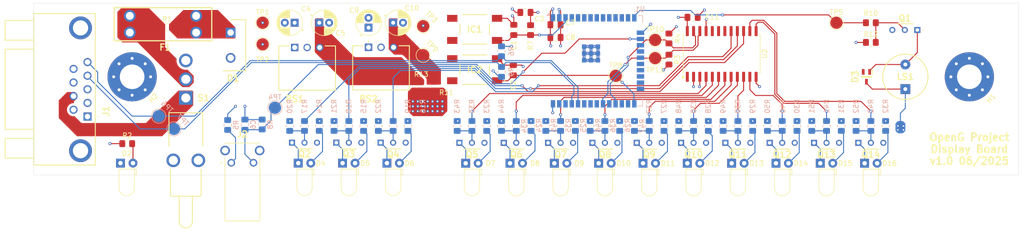
<source format=kicad_pcb>
(kicad_pcb (version 20241229) (generator "pcbnew") (generator_version "9.0")
  (layers (0 "F.Cu" signal) (4 "In1.Cu" signal) (6 "In2.Cu" signal) (2 "B.Cu" signal) (13 "F.Paste" user) (15 "B.Paste" user) (5 "F.SilkS" user "F.Silkscreen") (7 "B.SilkS" user "B.Silkscreen") (1 "F.Mask" user) (3 "B.Mask" user) (25 "Edge.Cuts" user))
  (net 0 "")
  (net 1 "+3V3")
  (net 2 "GND")
  (net 3 "/ESP2_EN")
  (net 4 "/ESP2_BOOT")
  (net 5 "+12V")
  (net 11 "Net-(D4-A)")
  (net 12 "/UART_1_TX")
  (net 13 "+12P")
  (net 14 "/UART_1_RX")
  (net 15 "Net-(D8-A)")
  (net 26 "Net-(D8-K)")
  (net 27 "Net-(D9-K)")
  (net 41 "+5V")
  (net 42 "/QUERY_BTN")
  (net 49 "Net-(D2-A)")
  (net 51 "Net-(J2-Pad1)")
  (net 54 "Net-(Q1-Pad2)")
  (net 55 "/BUZZER_EN")
  (net 56 "Net-(D9-A)")
  (net 57 "Net-(D10-A)")
  (net 58 "Net-(D10-K)")
  (net 59 "Net-(D11-A)")
  (net 60 "Net-(D11-K)")
  (net 61 "Net-(D12-A)")
  (net 62 "Net-(D12-K)")
  (net 63 "Net-(D13-K)")
  (net 64 "Net-(D13-A)")
  (net 65 "Net-(D14-A)")
  (net 66 "Net-(D14-K)")
  (net 67 "Net-(D15-K)")
  (net 68 "Net-(D15-A)")
  (net 69 "Net-(D16-A)")
  (net 70 "Net-(D16-K)")
  (net 71 "Net-(D3-A)")
  (net 72 "Net-(D4-K)")
  (net 73 "Net-(D5-K)")
  (net 74 "Net-(D5-A)")
  (net 75 "Net-(D6-K)")
  (net 76 "Net-(D6-A)")
  (net 77 "Net-(D7-A)")
  (net 78 "Net-(D7-K)")
  (net 81 "Net-(Q5-Pad2)")
  (net 82 "Net-(Q6-Pad2)")
  (net 83 "Net-(Q7-Pad2)")
  (net 84 "Net-(Q8-Pad2)")
  (net 85 "Net-(Q9-Pad2)")
  (net 86 "Net-(Q10-Pad2)")
  (net 87 "Net-(Q11-Pad2)")
  (net 88 "Net-(Q12-Pad2)")
  (net 89 "Net-(Q13-Pad2)")
  (net 90 "Net-(Q14-Pad2)")
  (net 91 "Net-(Q2-Pad2)")
  (net 92 "Net-(Q3-Pad2)")
  (net 93 "Net-(Q4-Pad2)")
  (net 94 "I2C_1_SCL")
  (net 95 "I2C_1_SDA")
  (net 96 "/Portexpander_LED/DP_LED_4")
  (net 97 "/Portexpander_LED/DP_LED_5")
  (net 98 "/Portexpander_LED/DP_LED_6")
  (net 99 "/Portexpander_LED/DP_LED_7")
  (net 100 "/Portexpander_LED/DP_LED_8")
  (net 101 "/Portexpander_LED/DP_LED_9")
  (net 102 "/Portexpander_LED/DP_LED_3")
  (net 103 "/Portexpander_LED/DP_LED_10")
  (net 104 "/Portexpander_LED/DP_LED_2")
  (net 105 "/Portexpander_LED/DP_LED_1")
  (net 106 "/Portexpander_LED/IND_LED_1")
  (net 107 "/Portexpander_LED/IND_LED_2")
  (net 108 "/Portexpander_LED/IND_LED_3")
  (net 113 "LED_PWR")
  (net 114 "Net-(S1-COM)")
  (footprint "LED_THT:LED_D3.0mm_Horizontal_O1.27mm_Z2.0mm_Clear" (layer "F.Cu") (at 181.73 92.595)
    (property "Reference" "D13")
    (property "Value" "LED_or")
  )
  (footprint "Capacitor_SMD:C_0805_2012Metric_Pad1.18x1.45mm_HandSolder" (layer "F.Cu") (at 145.9625 67 180)
    (property "Reference" "C8")
    (property "Value" "22u")
  )
  (footprint "LED_THT:LED_D3.0mm_Horizontal_O1.27mm_Z2.0mm_Clear" (layer "F.Cu") (at 163.73 92.595)
    (property "Reference" "D11")
    (property "Value" "LED_or")
  )
  (footprint "SamacSys_Parts:BC548A" (layer "F.Cu") (at 110.46 88.4)
    (property "Reference" "Q4")
    (property "Value" "BC548A" (hide yes))
  )
  (footprint "Capacitor_SMD:C_0805_2012Metric_Pad1.18x1.45mm_HandSolder" (layer "F.Cu") (at 173.8 62.9 180)
    (property "Reference" "C11")
    (property "Value" "47n")
  )
  (footprint "Capacitor_THT:CP_Radial_D5.0mm_P2.00mm" (layer "F.Cu") (at 93 64 180)
    (property "Reference" "C4")
    (property "Value" "10u")
  )
  (footprint "Capacitor_THT:CP_Radial_D5.0mm_P2.00mm" (layer "F.Cu") (at 113 64)
    (property "Reference" "C10")
    (property "Value" "22u")
  )
  (footprint "Resistor_SMD:R_0805_2012Metric_Pad1.20x1.40mm_HandSolder" (layer "F.Cu") (at 210 64)
    (property "Reference" "R10")
    (property "Value" "10k")
  )
  (footprint "LED_THT:LED_D3.0mm_Horizontal_O1.27mm_Z2.0mm_Clear" (layer "F.Cu") (at 208.73 92.595)
    (property "Reference" "D16")
    (property "Value" "LED_rd")
  )
  (footprint "SamacSys_Parts:NFD17E09SAFC1DA" (layer "F.Cu") (at 50.94 83.085 -90)
    (property "Reference" "J1")
    (property "Value" "DE9_Socket" (hide yes))
  )
  (footprint "SamacSys_Parts:BC548A" (layer "F.Cu") (at 101.46 88.4)
    (property "Reference" "Q3")
    (property "Value" "BC548A" (hide yes))
  )
  (footprint "SamacSys_Parts:BC548A" (layer "F.Cu") (at 189.46 88.43)
    (property "Reference" "Q12")
    (property "Value" "BC548A" (hide yes))
  )
  (footprint "SamacSys_Parts:CMI095503TH" (layer "F.Cu") (at 217 77.5 180)
    (property "Reference" "LS1")
    (property "Value" "CMI-0955-03TH" (hide yes))
  )
  (footprint "MountingHole:MountingHole_5mm_Pad_Via" (layer "F.Cu") (at 60 75)
    (property "Reference" "H2")
    (property "Value" "MountingHole")
  )
  (footprint "LED_THT:LED_D3.0mm_Horizontal_O1.27mm_Z2.0mm_Clear" (layer "F.Cu") (at 199.73 92.595)
    (property "Reference" "D15")
    (property "Value" "LED_or")
  )
  (footprint "SamacSys_Parts:BC548A" (layer "F.Cu") (at 162.46 88.43)
    (property "Reference" "Q9")
    (property "Value" "BC548A" (hide yes))
  )
  (footprint "Capacitor_SMD:C_0805_2012Metric_Pad1.18x1.45mm_HandSolder" (layer "F.Cu") (at 137.4 73.6625 90)
    (property "Reference" "C2")
    (property "Value" "0.1u")
  )
  (footprint "SamacSys_Parts:BC548A" (layer "F.Cu") (at 198.46 88.43)
    (property "Reference" "Q13")
    (property "Value" "BC548A" (hide yes))
  )
  (footprint "Capacitor_SMD:C_0805_2012Metric_Pad1.18x1.45mm_HandSolder" (layer "F.Cu") (at 139.8625 61.9 180)
    (property "Reference" "C3")
    (property "Value" "1u")
  )
  (footprint "SamacSys_Parts:BC548A" (layer "F.Cu") (at 219.44 65.47 180)
    (property "Reference" "Q1")
    (property "Value" "BC548A" (hide yes))
  )
  (footprint "SamacSys_Parts:N78031C" (layer "F.Cu") (at 108 69)
    (property "Reference" "PS2")
    (property "Value" "N7805-1PH" (hide yes))
  )
  (footprint "LED_THT:LED_D3.0mm_Horizontal_O1.27mm_Z2.0mm_Clear" (layer "F.Cu") (at 154.73 92.595)
    (property "Reference" "D10")
    (property "Value" "LED_or")
  )
  (footprint "TestPoint:TestPoint_Pad_D2.5mm" (layer "F.Cu") (at 119.1 64.7)
    (property "Reference" "TP3")
    (property "Value" "TestPoint")
  )
  (footprint "TestPoint:TestPoint_Pad_D2.5mm" (layer "F.Cu") (at 86.5 68.4)
    (property "Reference" "TP2")
    (property "Value" "TestPoint")
  )
  (footprint "Resistor_SMD:R_0805_2012Metric_Pad1.20x1.40mm_HandSolder" (layer "F.Cu") (at 59 88.6)
    (property "Reference" "R2")
    (property "Value" "510")
  )
  (footprint "SamacSys_Parts:BC548A" (layer "F.Cu") (at 171.46 88.43)
    (property "Reference" "Q10")
    (property "Value" "BC548A" (hide yes))
  )
  (footprint "SamacSys_Parts:TS046675BK160SMT" (layer "F.Cu") (at 129.55 73.55 180)
    (property "Reference" "IC2")
    (property "Value" "TS04-66-75-BK-160-SMT" (hide yes))
  )
  (footprint "TestPoint:TestPoint_Pad_D2.5mm" (layer "F.Cu") (at 166.2 67.5)
    (property "Reference" "TP10")
    (property "Value" "TestPoint")
  )
  (footprint "Capacitor_SMD:C_0805_2012Metric_Pad1.18x1.45mm_HandSolder" (layer "F.Cu") (at 145.9625 64.4 180)
    (property "Reference" "C7")
    (property "Value" "0.1u")
  )
  (footprint "LED_THT:LED_D3.0mm_Horizontal_O1.27mm_Z2.0mm_Clear" (layer "F.Cu") (at 93.73 92.565)
    (property "Reference" "D4")
    (property "Value" "LED_wh")
  )
  (footprint "LED_THT:LED_D3.0mm_Horizontal_O1.27mm_Z2.0mm_Clear" (layer "F.Cu") (at 111.73 92.565)
    (property "Reference" "D6")
    (property "Value" "LED_wh")
  )
  (footprint "LED_THT:LED_D3.0mm_Horizontal_O1.27mm_Z2.0mm_Clear" (layer "F.Cu") (at 172.73 92.595)
    (property "Reference" "D12")
    (property "Value" "LED_or")
  )
  (footprint "Resistor_SMD:R_0805_2012Metric_Pad1.20x1.40mm_HandSolder" (layer "F.Cu") (at 118.5 77 90)
    (property "Reference" "R13")
    (property "Value" "0R")
  )
  (footprint "SamacSys_Parts:TS046675BK160SMT" (layer "F.Cu") (at 129.55 65.35 180)
    (property "Reference" "IC1")
    (property "Value" "TS04-66-75-BK-160-SMT" (hide yes))
  )
  (footprint "Resistor_SMD:R_0805_2012Metric_Pad1.20x1.40mm_HandSolder" (layer "F.Cu") (at 67.1 64.9)
    (property "Reference" "R1")
    (property "Value" "0R")
  )
  (footprint "Capacitor_THT:CP_Radial_D5.0mm_P2.00mm" (layer "F.Cu") (at 98 64)
    (property "Reference" "C5")
    (property "Value" "22u")
  )
  (footprint "SamacSys_Parts:BC548A" (layer "F.Cu") (at 126.46 88.43)
    (property "Reference" "Q5")
    (property "Value" "BC548A" (hide yes))
  )
  (footprint "SamacSys_Parts:218250270" (layer "F.Cu") (at 80.135 92.49)
    (property "Reference" "J2")
    (property "Value" "2-1825027-0" (hide yes))
  )
  (footprint "Resistor_SMD:R_0805_2012Metric_Pad1.20x1.40mm_HandSolder" (layer "F.Cu") (at 169 71.5 90)
    (property "Reference" "R3")
    (property "Value" "1k")
  )
  (footprint "TestPoint:TestPoint_Pad_D2.5mm" (layer "F.Cu") (at 86.5 64)
    (property "Reference" "TP1")
    (property "Value" "TestPoint")
  )
  (footprint "SamacSys_Parts:BC548A" (layer "F.Cu") (at 135.46 88.43)
    (property "Reference" "Q6")
    (property "Value" "BC548A" (hide yes))
  )
  (footprint "SamacSys_Parts:3557-2" (layer "F.Cu") (at 66.265 64.3 180)
    (property "Reference" "F1")
    (property "Value" "Fuse" (hide yes))
  )
  (footprint "Resistor_SMD:R_0805_2012Metric_Pad1.20x1.40mm_HandSolder" (layer "F.Cu") (at 140.9 65.5 -90)
    (property "Reference" "R7")
    (property "Value" "10k")
  )
  (footprint "LED_THT:LED_D3.0mm_Horizontal_O1.27mm_Z2.0mm_Clear" (layer "F.Cu") (at 127.73 92.595)
    (property "Reference" "D7")
    (property "Value" "LED_gr")
  )
  (footprint "SamacSys_Parts:TO515P460X1020X2008-2P" (layer "F.Cu") (at 80 66 -90)
    (property "Reference" "D1")
    (property "Value" "STPS8H100D" (hide yes))
  )
  (footprint "Resistor_SMD:R_0805_2012Metric_Pad1.20x1.40mm_HandSolder" (layer "F.Cu") (at 121.3 77 90)
    (property "Reference" "R11")
    (property "Value" "0R")
  )
  (footprint "TestPoint:TestPoint_Pad_D2.5mm" (layer "F.Cu") (at 119.1 70.6)
    (property "Reference" "TP9")
    (property "Value" "TestPoint")
  )
  (footprint "Capacitor_THT:CP_Radial_D5.0mm_P2.00mm" (layer "F.Cu") (at 108 65 90)
    (property "Reference" "C9")
    (property "Value" "10u")
  )
  (footprint "Resistor_SMD:R_0805_2012Metric_Pad1.20x1.40mm_HandSolder" (layer "F.Cu") (at 169 67.2 -90)
    (property "Reference" "R4")
    (property "Value" "1k")
  )
  (footprint "MountingHole:MountingHole_5mm_Pad_Via" (layer "F.Cu") (at 230 75)
    (property "Reference" "H1")
    (property "Value" "MountingHole")
  )
  (footprint "Package_SO:SOIC-24W_7.5x15.4mm_P1.27mm" (layer "F.Cu") (at 179.715 70.35 90)
    (property "Reference" "U2")
    (property "Value" "MAX7318AWG+")
  )
  (footprint "SamacSys_Parts:BC548A" (layer "F.Cu") (at 92.46 88.4)
    (property "Reference" "Q2")
    (property "Value" "BC548A" (hide yes))
  )
  (footprint "SamacSys_Parts:N78031C" (layer "F.Cu") (at 93 69.035)
    (property "Reference" "PS1")
    (property "Value" "N7803-1C" (hide yes))
  )
  (footprint "LED_THT:LED_D3.0mm_Horizontal_O1.27mm_Z2.0mm_Clear" (layer "F.Cu") (at 102.73 92.565)
    (property "Reference" "D5")
    (property "Value" "LED_wh")
  )
  (footprint "SamacSys_Parts:BC548A" (layer "F.Cu") (at 207.46 88.43)
    (property "Reference" "Q14")
    (property "Value" "BC548A" (hide yes))
  )
  (footprint "SamacSys_Parts:1MS1T1B4M7QES" (layer "F.Cu") (at 70.9 79.3)
    (property "Reference" "S1")
    (property "Value" "1MS1T1B4M7QES" (hide yes))
  )
  (footprint "SamacSys_Parts:BC548A" (layer "F.Cu") (at 180.46 88.43)
    (property "Reference" "Q11")
    (property "Value" "BC548A" (hide yes))
  )
  (footprint "TestPoint:TestPoint_Pad_D2.5mm" (layer "F.Cu") (at 166.2 71.2)
    (property "Reference" "TP11")
    (property "Value" "TestPoint")
  )
  (footprint "SamacSys_Parts:BC548A" (layer "F.Cu") (at 144.46 88.43)
    (property "Reference" "Q7")
    (property "Value" "BC548A" (hide yes))
  )
  (footprint "SamacSys_Parts:BC548A" (layer "F.Cu") (at 153.46 88.43)
    (property "Reference" "Q8")
    (property "Value" "BC548A" (hide yes))
  )
  (footprint "SamacSys_Parts:SOT65P220X100-3N" (layer "F.Cu") (at 209.1 75 -90)
    (property "Reference" "D3")
    (property "Value" "MMBD352WT1G" (hide yes))
  )
  (footprint "LED_THT:LED_D3.0mm_Horizontal_O1.27mm_Z2.0mm_Clear" (layer "F.Cu") (at 136.73 92.595)
    (property "Reference" "D8")
    (property "Value" "LED_gr")
  )
  (footprint "LED_THT:LED_D3.0mm_Horizontal_O1.27mm_Z2.0mm_Clear" (layer "F.Cu") (at 57.63 92.565)
    (property "Reference" "D2")
    (property "Value" "PWR_LED")
  )
  (footprint "LED_THT:LED_D3.0mm_Horizontal_O1.27mm_Z2.0mm_Clear" (layer "F.Cu") (at 190.73 92.595)
    (property "Reference" "D14")
    (property "Value" "LED_or")
  )
  (footprint "TestPoint:TestPoint_Pad_D2.5mm" (layer "F.Cu") (at 203 64)
    (property "Reference" "TP5")
    (property "Value" "TestPoint")
  )
  (footprint "TestPoint:TestPoint_Pad_D2.5mm" (layer "F.Cu") (at 158.2 74.8)
    (property "Reference" "TP8")
    (property "Value" "TestPoint")
  )
  (footprint "LED_THT:LED_D3.0mm_Horizontal_O1.27mm_Z2.0mm_Clear" (layer "F.Cu") (at 145.73 92.595)
    (property "Reference" "D9")
    (property "Value" "LED_gr")
  )
  (footprint "Capacitor_SMD:C_0805_2012Metric_Pad1.18x1.45mm_HandSolder" (layer "F.Cu") (at 137.5 65.4625 90)
    (property "Reference" "C1")
    (property "Value" "0.1u")
  )
  (footprint "Resistor_SMD:R_0805_2012Metric_Pad1.20x1.40mm_HandSolder" (layer "F.Cu") (at 210 68)
    (property "Reference" "R12")
    (property "Value" "0R")
  )
  (footprint "Resistor_SMD:R_0805_2012Metric_Pad1.20x1.40mm_HandSolder" (layer "B.Cu") (at 198 85 -90)
    (property "Reference" "R51")
    (property "Value" "0R")
  )
  (footprint "TestPoint:TestPoint_Pad_D2.5mm" (layer "B.Cu") (at 89 81.3 180)
    (property "Reference" "TP4")
    (property "Value" "TestPoint")
  )
  (footprint "Resistor_SMD:R_0805_2012Metric_Pad1.20x1.40mm_HandSolder" (layer "B.Cu") (at 110 85 -90)
    (property "Reference" "R22")
    (property "Value" "0R")
  )
  (footprint "Resistor_SMD:R_0805_2012Metric_Pad1.20x1.40mm_HandSolder" (layer "B.Cu") (at 171 85 -90)
    (property "Reference" "R48")
    (property "Value" "0R")
  )
  (footprint "Resistor_SMD:R_0805_2012Metric_Pad1.20x1.40mm_HandSolder" (layer "B.Cu") (at 213 85 -90)
    (property "Reference" "R32")
    (property "Value" "130")
  )
  (footprint "Resistor_SMD:R_0805_2012Metric_Pad1.20x1.40mm_HandSolder" (layer "B.Cu") (at 79.4 84.8 -90)
    (property "Reference" "R5")
    (property "Value" "10k")
  )
  (footprint "Capacitor_SMD:C_0805_2012Metric_Pad1.18x1.45mm_HandSolder" (layer "B.Cu") (at 82.9 84.7375 90)
    (property "Reference" "C6")
    (property "Value" "0.1u")
  )
  (footprint "Resistor_SMD:R_0805_2012Metric_Pad1.20x1.40mm_HandSolder" (layer "B.Cu") (at 135 74 90)
    (property "Reference" "R9")
    (property "Value" "0R")
  )
  (footprint "Resistor_SMD:R_0805_2012Metric_Pad1.20x1.40mm_HandSolder" (layer "B.Cu") (at 101 85 -90)
    (property "Reference" "R21")
    (property "Value" "0R")
  )
  (footprint "Resistor_SMD:R_0805_2012Metric_Pad1.20x1.40mm_HandSolder" (layer "B.Cu") (at 135 69.8 -90)
    (property "Reference" "R6")
    (property "Value" "0R")
  )
  (footprint "Resistor_SMD:R_0805_2012Metric_Pad1.20x1.40mm_HandSolder" (layer "B.Cu") (at 192 85 -90)
    (property "Reference" "R40")
    (property "Value" "10k")
  )
  (footprint "Resistor_SMD:R_0805_2012Metric_Pad1.20x1.40mm_HandSolder" (layer "B.Cu") (at 201 85 -90)
    (property "Reference" "R41")
    (property "Value" "10k")
  )
  (footprint "Resistor_SMD:R_0805_2012Metric_Pad1.20x1.40mm_HandSolder" (layer "B.Cu") (at 147 85 -90)
    (property "Reference" "R35")
    (property "Value" "10k")
  )
  (footprint "Resistor_SMD:R_0805_2012Metric_Pad1.20x1.40mm_HandSolder" (layer "B.Cu") (at 180 85 -90)
    (property "Reference" "R49")
    (property "Value" "0R")
  )
  (footprint "Resistor_SMD:R_0805_2012Metric_Pad1.20x1.40mm_HandSolder" (layer "B.Cu") (at 150 85 -90)
    (property "Reference" "R25")
    (property "Value" "130")
  )
  (footprint "Resistor_SMD:R_0805_2012Metric_Pad1.20x1.40mm_HandSolder" (layer "B.Cu") (at 210 85 -90)
    (property "Reference" "R42")
    (property "Value" "10k")
  )
  (footprint "Resistor_SMD:R_0805_2012Metric_Pad1.20x1.40mm_HandSolder" (layer "B.Cu") (at 174 85 -90)
    (property "Reference" "R38")
    (property "Value" "10k")
  )
  (footprint "Resistor_SMD:R_0805_2012Metric_Pad1.20x1.40mm_HandSolder" (layer "B.Cu") (at 135 85 -90)
    (property "Reference" "R44")
    (property "Value" "0R")
  )
  (footprint "Resistor_SMD:R_0805_2012Metric_Pad1.20x1.40mm_HandSolder" (layer "B.Cu") (at 207 85 -90)
    (property "Reference" "R52")
    (property "Value" "0R")
  )
  (footprint "Resistor_SMD:R_0805_2012Metric_Pad1.20x1.40mm_HandSolder" (layer "B.Cu") (at 86.4 84.7 90)
    (property "Reference" "R8")
    (property "Value" "100k")
  )
  (footprint "Resistor_SMD:R_0805_2012Metric_Pad1.20x1.40mm_HandSolder" (layer "B.Cu") (at 126 85 -90)
    (property "Reference" "R43")
    (property "Value" "0R")
  )
  (footprint "Resistor_SMD:R_0805_2012Metric_Pad1.20x1.40mm_HandSolder" (layer "B.Cu") (at 113 85 -90)
    (property "Reference" "R19")
    (property "Value" "10k")
  )
  (footprint "Resistor_SMD:R_0805_2012Metric_Pad1.20x1.40mm_HandSolder" (layer "B.Cu") (at 141 85 -90)
    (property "Reference" "R24")
    (property "Value" "130")
  )
  (footprint "Resistor_SMD:R_0805_2012Metric_Pad1.20x1.40mm_HandSolder" (layer "B.Cu") (at 168 85 -90)
    (property "Reference" "R27")
    (property "Value" "130")
  )
  (footprint "Resistor_SMD:R_0805_2012Metric_Pad1.20x1.40mm_HandSolder" (layer "B.Cu") (at 92 85 -90)
    (property "Reference" "R20")
    (property "Value" "0R")
  )
  (footprint "Resistor_SMD:R_0805_2012Metric_Pad1.20x1.40mm_HandSolder" (layer "B.Cu") (at 116 85 -90)
    (property "Reference" "R16")
    (property "Value" "82")
  )
  (footprint "Resistor_SMD:R_0805_2012Metric_Pad1.20x1.40mm_HandSolder" (layer "B.Cu") (at 195 85 -90)
    (property "Reference" "R30")
    (property "Value" "130")
  )
  (footprint "Resistor_SMD:R_0805_2012Metric_Pad1.20x1.40mm_HandSolder" (layer "B.Cu") (at 107 85 -90)
    (property "Reference" "R15")
    (property "Value" "82")
  )
  (footprint "Resistor_SMD:R_0805_2012Metric_Pad1.20x1.40mm_HandSolder" (layer "B.Cu") (at 98 85 -90)
    (property "Reference" "R14")
    (property "Value" "82")
  )
  (footprint "Resistor_SMD:R_0805_2012Metric_Pad1.20x1.40mm_HandSolder" (layer "B.Cu") (at 204 85 -90)
    (property "Reference" "R31")
    (property "Value" "130")
  )
  (footprint "Resistor_SMD:R_0805_2012Metric_Pad1.20x1.40mm_HandSolder" (layer "B.Cu") (at 129 85 -90)
    (property "Reference" "R33")
    (property "Value" "10k")
  )
  (footprint "RF_Module:ESP32-WROOM-32E" (layer "B.Cu") (at 150.72 71.75 -90)
    (property "Reference" "U1")
    (property "Value" "ESP32-WROOM-32E")
  )
  (footprint "Resistor_SMD:R_0805_2012Metric_Pad1.20x1.40mm_HandSolder" (layer "B.Cu") (at 183 85 -90)
    (property "Reference" "R39")
    (property "Value" "10k")
  )
  (footprint "Resistor_SMD:R_0805_2012Metric_Pad1.20x1.40mm_HandSolder" (layer "B.Cu") (at 144 85 -90)
    (property "Reference" "R45")
    (property "Value" "0R")
  )
  (footprint "Resistor_SMD:R_0805_2012Metric_Pad1.20x1.40mm_HandSolder" (layer "B.Cu") (at 189 85 -90)
    (property "Reference" "R50")
    (property "Value" "0R")
  )
  (footprint "Resistor_SMD:R_0805_2012Metric_Pad1.20x1.40mm_HandSolder" (layer "B.Cu") (at 186 85 -90)
    (property "Reference" "R29")
    (property "Value" "130")
  )
  (footprint "Resistor_SMD:R_0805_2012Metric_Pad1.20x1.40mm_HandSolder" (layer "B.Cu") (at 138 85 -90)
    (property "Reference" "R34")
    (property "Value" "10k")
  )
  (footprint "Resistor_SMD:R_0805_2012Metric_Pad1.20x1.40mm_HandSolder" (layer "B.Cu") (at 159 85 -90)
    (property "Reference" "R26")
    (property "Value" "130")
  )
  (footprint "Resistor_SMD:R_0805_2012Metric_Pad1.20x1.40mm_HandSolder" (layer "B.Cu") (at 177 85 -90)
    (property "Reference" "R28")
    (property "Value" "130")
  )
  (footprint "Resistor_SMD:R_0805_2012Metric_Pad1.20x1.40mm_HandSolder" (layer "B.Cu") (at 95 85 -90)
    (property "Reference" "R17")
    (property "Value" "10k")
  )
  (footprint "Resistor_SMD:R_0805_2012Metric_Pad1.20x1.40mm_HandSolder" (layer "B.Cu") (at 162 85 -90)
    (property "Reference" "R47")
    (property "Value" "0R")
  )
  (footprint "Resistor_SMD:R_0805_2012Metric_Pad1.20x1.40mm_HandSolder" (layer "B.Cu") (at 165 85 -90)
    (property "Reference" "R37")
    (property "Value" "10k")
  )
  (footprint "Resistor_SMD:R_0805_2012Metric_Pad1.20x1.40mm_HandSolder" (layer "B.Cu") (at 153 85 -90)
    (property "Reference" "R46")
    (property "Value" "0R")
  )
  (footprint "Resistor_SMD:R_0805_2012Metric_Pad1.20x1.40mm_HandSolder" (layer "B.Cu") (at 156 85 -90)
    (property "Reference" "R36")
    (property "Value" "10k")
  )
  (footprint "Resistor_SMD:R_0805_2012Metric_Pad1.20x1.40mm_HandSolder" (layer "B.Cu") (at 132 85 -90)
    (property "Reference" "R23")
    (property "Value" "130")
  )
  (footprint "TestPoint:TestPoint_Pad_D2.5mm" (layer "B.Cu") (at 68.5 85.6 180)
    (property "Reference" "TP7")
    (property "Value" "TestPoint")
  )
  (footprint "TestPoint:TestPoint_Pad_D2.5mm" (layer "B.Cu") (at 65.4 83 180)
    (property "Reference" "TP6")
    (property "Value" "TestPoint")
  )
  (footprint "Resistor_SMD:R_0805_2012Metric_Pad1.20x1.40mm_HandSolder" (layer "B.Cu") (at 104 85 -90)
    (property "Reference" "R18")
    (property "Value" "10k")
  )
  (gr_rect (start 40 60) (end 240 95) (stroke (width 0.05)) (fill no) (layer "Edge.Cuts"))
  (gr_text "OpenG Project\nDisplay Board\nv1.0 06/2025" (at 230 93 0) (layer "F.SilkS") (effects (font (size 1.5 1.5) (thickness 0.3) (bold yes)) (justify bottom)))
  (segment (start 172.7625 62.9) (end 170.9 62.9) (width 0.2) (layer "F.Cu") (net 1))
  (segment (start 147 67) (end 147 64.4) (width 0.2) (layer "F.Cu") (net 1))
  (segment (start 169.1 66.2) (end 170.5 64.8) (width 0.2) (layer "F.Cu") (net 1))
  (segment (start 147 61.6) (end 146.7 61.3) (width 0.2) (layer "F.Cu") (net 1))
  (segment (start 172.730001 62.932499) (end 172.7625 62.9) (width 0.2) (layer "F.Cu") (net 1))
  (segment (start 147 67) (end 147 68.7) (width 0.2) (layer "F.Cu") (net 1))
  (segment (start 140.9 61.9) (end 140.9 64.5) (width 0.2) (layer "F.Cu") (net 1))
  (segment (start 169 66.2) (end 169.1 66.2) (width 0.2) (layer "F.Cu") (net 1))
  (segment (start 172.730001 65.7) (end 172.730001 62.932499) (width 0.2) (layer "F.Cu") (net 1))
  (segment (start 147 64.4) (end 147 61.6) (width 0.2) (layer "F.Cu") (net 1))
  (segment (start 119.1 64.7) (end 119.1 64.6) (width 0.2) (layer "F.Cu") (net 1))
  (segment (start 169 72.5) (end 167.9 73.6) (width 0.2) (layer "F.Cu") (net 1))
  (segment (start 140.9 61.9) (end 142.4 61.9) (width 0.2) (layer "F.Cu") (net 1))
  (via (at 167.9 73.6) (size 0.6) (drill 0.3) (layers "F.Cu" "B.Cu") (net 1))
  (via (at 146.7 61.3) (size 0.6) (drill 0.3) (layers "F.Cu" "B.Cu") (net 1))
  (via (at 133.3 73.8) (size 0.6) (drill 0.3) (layers "F.Cu" "B.Cu") (net 1))
  (via (at 81 81) (size 0.6) (drill 0.3) (layers "F.Cu" "B.Cu") (net 1))
  (via (at 147 68.7) (size 0.6) (drill 0.3) (layers "F.Cu" "B.Cu") (net 1))
  (via (at 170.5 64.8) (size 0.6) (drill 0.3) (layers "F.Cu" "B.Cu") (net 1))
  (via (at 137 68.8) (size 0.6) (drill 0.3) (layers "F.Cu" "B.Cu") (net 1))
  (via (at 142.4 61.9) (size 0.6) (drill 0.3) (layers "F.Cu" "B.Cu") (net 1))
  (via (at 170.9 62.9) (size 0.6) (drill 0.3) (layers "F.Cu" "B.Cu") (net 1))
  (via (at 119.1 64.6) (size 0.6) (drill 0.3) (layers "F.Cu" "B.Cu") (net 1))
  (segment (start 134.5 75) (end 133.3 73.8) (width 0.2) (layer "B.Cu") (net 1))
  (segment (start 146.7 61.3) (end 146.7 62.95) (width 0.2) (layer "B.Cu") (net 1))
  (segment (start 135 75) (end 134.5 75) (width 0.2) (layer "B.Cu") (net 1))
  (segment (start 79.4 82.6) (end 81 81) (width 0.2) (layer "B.Cu") (net 1))
  (segment (start 135 68.8) (end 137 68.8) (width 0.2) (layer "B.Cu") (net 1))
  (segment (start 79.4 83.8) (end 79.4 82.6) (width 0.2) (layer "B.Cu") (net 1))
  (segment (start 146.7 62.95) (end 146.65 63) (width 0.2) (layer "B.Cu") (net 1))
  (segment (start 134.1 71.3) (end 134.2 71.3) (width 0.2) (layer "F.Cu") (net 2))
  (segment (start 134.2 71.3) (end 135.525 72.625) (width 0.2) (layer "F.Cu") (net 2))
  (segment (start 186.699999 75) (end 186.699999 76.299999) (width 0.2) (layer "F.Cu") (net 2))
  (segment (start 137.9 61.9) (end 137.2 61.2) (width 0.2) (layer "F.Cu") (net 2))
  (segment (start 144.925 68.625) (end 145 68.7) (width 0.2) (layer "F.Cu") (net 2))
  (segment (start 139.125 72.625) (end 139.4 72.9) (width 0.2) (layer "F.Cu") (net 2))
  (segment (start 175.27 76.93) (end 175.2 77) (width 0.2) (layer "F.Cu") (net 2))
  (segment (start 144.925 61.675) (end 145.4 61.2) (width 0.2) (layer "F.Cu") (net 2))
  (segment (start 174.8375 62.7625) (end 176.2 61.4) (width 0.2) (layer "F.Cu") (net 2))
  (segment (start 144.925 67) (end 144.925 64.4) (width 0.2) (layer "F.Cu") (net 2))
  (segment (start 174 75) (end 174 77) (width 0.2) (layer "F.Cu") (net 2))
  (segment (start 144.925 67) (end 144.925 68.625) (width 0.2) (layer "F.Cu") (net 2))
  (segment (start 137.5 64.425) (end 137.5 62.9) (width 0.2) (layer "F.Cu") (net 2))
  (segment (start 136.175 63.1) (end 137.5 64.425) (width 0.2) (layer "F.Cu") (net 2))
  (segment (start 176.54 65.699999) (end 176.54 63.36) (width 0.2) (layer "F.Cu") (net 2))
  (segment (start 138.825 61.9) (end 137.9 61.9) (width 0.2) (layer "F.Cu") (net 2))
  (segment (start 134.1 63.1) (end 136.175 63.1) (width 0.2) (layer "F.Cu") (net 2))
  (segment (start 209 68) (end 207 68) (width 0.2) (layer "F.Cu") (net 2))
  (segment (start 144.925 64.4) (end 144.925 61.675) (width 0.2) (layer "F.Cu") (net 2))
  (segment (start 137.4 72.625) (end 139.125 72.625) (width 0.2) (layer "F.Cu") (net 2))
  (segment (start 174.8375 62.9) (end 174.8375 62.7625) (width 0.2) (layer "F.Cu") (net 2))
  (segment (start 186.699999 76.299999) (end 187.4 77) (width 0.2) (layer "F.Cu") (net 2))
  (segment (start 175.27 75) (end 175.27 76.93) (width 0.2) (layer "F.Cu") (net 2))
  (segment (start 176.54 63.36) (end 176.6 63.3) (width 0.2) (layer "F.Cu") (net 2))
  (segment (start 137.5 62.9) (end 137.2 62.6) (width 0.2) (layer "F.Cu") (net 2))
  (segment (start 135.525 72.625) (end 137.4 72.625) (width 0.2) (layer "F.Cu") (net 2))
  (via (at 82.9 81) (size 0.6) (drill 0.3) (layers "F.Cu" "B.Cu") (net 2))
  (via (at 165.3 64.3) (size 0.6) (drill 0.3) (layers "F.Cu" "B.Cu") (net 2))
  (via (at 86.5 68.4) (size 0.6) (drill 0.3) (layers "F.Cu" "B.Cu") (net 2))
  (via (at 145.4 61.2) (size 0.6) (drill 0.3) (layers "F.Cu" "B.Cu") (net 2))
  (via (at 207 84) (size 0.6) (drill 0.3) (layers "F.Cu" "B.Cu") (net 2))
  (via (at 176.2 61.4) (size 0.6) (drill 0.3) (layers "F.Cu" "B.Cu") (net 2))
  (via (at 171 84) (size 0.6) (drill 0.3) (layers "F.Cu" "B.Cu") (net 2))
  (via (at 175.2 77) (size 0.6) (drill 0.3) (layers "F.Cu" "B.Cu") (net 2))
  (via (at 101.06 84) (size 0.6) (drill 0.3) (layers "F.Cu" "B.Cu") (net 2))
  (via (at 144 84) (size 0.6) (drill 0.3) (layers "F.Cu" "B.Cu") (net 2))
  (via (at 139.4 72.9) (size 0.6) (drill 0.3) (layers "F.Cu" "B.Cu") (net 2))
  (via (at 153 84) (size 0.6) (drill 0.3) (layers "F.Cu" "B.Cu") (net 2))
  (via (at 126.1 84) (size 0.6) (drill 0.3) (layers "F.Cu" "B.Cu") (net 2))
  (via (at 92.06 84) (size 0.6) (drill 0.3) (layers "F.Cu" "B.Cu") (net 2))
  (via (at 187.4 77) (size 0.6) (drill 0.3) (layers "F.Cu" "B.Cu") (net 2))
  (via (at 176.6 63.3) (size 0.6) (drill 0.3) (layers "F.Cu" "B.Cu") (net 2))
  (via (at 189 84) (size 0.6) (drill 0.3) (layers "F.Cu" "B.Cu") (net 2))
  (via (at 180 84) (size 0.6) (drill 0.3) (layers "F.Cu" "B.Cu") (net 2))
  (via (at 135 84) (size 0.6) (drill 0.3) (layers "F.Cu" "B.Cu") (net 2))
  (via (at 145 68.7) (size 0.6) (drill 0.3) (layers "F.Cu" "B.Cu") (net 2))
  (via (at 137.2 62.6) (size 0.6) (drill 0.3) (layers "F.Cu" "B.Cu") (net 2))
  (via (at 162 84) (size 0.6) (drill 0.3) (layers "F.Cu" "B.Cu") (net 2))
  (via (at 174 77) (size 0.6) (drill 0.3) (layers "F.Cu" "B.Cu") (net 2))
  (via (at 110 84) (size 0.6) (drill 0.3) (layers "F.Cu" "B.Cu") (net 2))
  (via (at 207 68) (size 0.6) (drill 0.3) (layers "F.Cu" "B.Cu") (net 2))
  (via (at 145.4 82.3) (size 0.6) (drill 0.3) (layers "F.Cu" "B.Cu") (net 2))
  (via (at 137.2 61.2) (size 0.6) (drill 0.3) (layers "F.Cu" "B.Cu") (net 2))
  (via (at 198 84) (size 0.6) (drill 0.3) (layers "F.Cu" "B.Cu") (net 2))
  (segment (start 82.9 83.7) (end 86.4 83.7) (width 0.2) (layer "B.Cu") (net 2))
  (segment (start 145.4 61.2) (end 145.4 62.98) (width 0.2) (layer "B.Cu") (net 2))
  (segment (start 82.9 83.7) (end 82.9 81) (width 0.2) (layer "B.Cu") (net 2))
  (segment (start 145.38 82.28) (end 145.4 82.3) (width 0.2) (layer "B.Cu") (net 2))
  (segment (start 165.3 64.3) (end 163.56 66.04) (width 0.2) (layer "B.Cu") (net 2))
  (segment (start 48.06 76.2) (end 48.1 76.16) (width 0.2) (layer "B.Cu") (net 2))
  (segment (start 92 84) (end 92.06 84) (width 0.2) (layer "B.Cu") (net 2))
  (segment (start 126 84) (end 126.1 84) (width 0.2) (layer "B.Cu") (net 2))
  (segment (start 145.4 62.98) (end 145.38 63) (width 0.2) (layer "B.Cu") (net 2))
  (segment (start 101 84) (end 101.06 84) (width 0.2) (layer "B.Cu") (net 2))
  (segment (start 145.38 80.5) (end 145.38 82.28) (width 0.2) (layer "B.Cu") (net 2))
  (segment (start 163.56 66.04) (end 163.14 66.04) (width 0.2) (layer "B.Cu") (net 2))
  (segment (start 134.1 67.6) (end 136.4 67.6) (width 0.2) (layer "F.Cu") (net 3))
  (segment (start 137.5 66.5) (end 140.9 66.5) (width 0.2) (layer "F.Cu") (net 3))
  (segment (start 140.9 66.5) (end 142.7 66.5) (width 0.2) (layer "F.Cu") (net 3))
  (segment (start 136.4 67.6) (end 137.5 66.5) (width 0.2) (layer "F.Cu") (net 3))
  (via (at 142.7 66.5) (size 0.6) (drill 0.3) (layers "F.Cu" "B.Cu") (net 3))
  (segment (start 142.7 66.5) (end 145.37 66.5) (width 0.2) (layer "B.Cu") (net 3))
  (segment (start 147.92 63.95) (end 147.92 63) (width 0.2) (layer "B.Cu") (net 3))
  (segment (start 145.37 66.5) (end 147.92 63.95) (width 0.2) (layer "B.Cu") (net 3))
  (segment (start 136.3 75.8) (end 137.4 74.7) (width 0.2) (layer "F.Cu") (net 4))
  (segment (start 159.5 76.1) (end 158.1 74.7) (width 0.2) (layer "F.Cu") (net 4))
  (segment (start 158.1 74.7) (end 137.4 74.7) (width 0.2) (layer "F.Cu") (net 4))
  (segment (start 134.1 75.8) (end 136.3 75.8) (width 0.2) (layer "F.Cu") (net 4))
  (via (at 159.5 76.1) (size 0.6) (drill 0.3) (layers "F.Cu" "B.Cu") (net 4))
  (segment (start 159.5 76.1) (end 161.89 78.49) (width 0.2) (layer "B.Cu") (net 4))
  (segment (start 161.89 78.49) (end 161.89 80.5) (width 0.2) (layer "B.Cu") (net 4))
  (segment (start 58 88.6) (end 55.5 88.6) (width 0.2) (layer "F.Cu") (net 5))
  (via (at 55.5 88.6) (size 0.6) (drill 0.3) (layers "F.Cu" "B.Cu") (net 5))
  (via (at 86.5 64) (size 0.6) (drill 0.3) (layers "F.Cu" "B.Cu") (net 5))
  (segment (start 98.66 90.175) (end 96.27 92.565) (width 0.2) (layer "B.Cu") (net 11))
  (segment (start 98.66 86.5) (end 98.66 90.175) (width 0.2) (layer "B.Cu") (net 11))
  (segment (start 98.16 86) (end 98.66 86.5) (width 0.2) (layer "B.Cu") (net 11))
  (segment (start 98 86) (end 98.16 86) (width 0.2) (layer "B.Cu") (net 11))
  (segment (start 70.7 85.6) (end 84.199 72.101) (width 0.2) (layer "B.Cu") (net 12))
  (segment (start 50.94 74.775) (end 50.94 74.94) (width 0.2) (layer "B.Cu") (net 12))
  (segment (start 144.9339 72.101) (end 149.7 76.8671) (width 0.2) (layer "B.Cu") (net 12))
  (segment (start 149.7 78.5) (end 149.27 78.93) (width 0.2) (layer "B.Cu") (net 12))
  (segment (start 134.101 72.101) (end 135 73) (width 0.2) (layer "B.Cu") (net 12))
  (segment (start 135 73) (end 135.899 72.101) (width 0.2) (layer "B.Cu") (net 12))
  (segment (start 84.199 72.101) (end 134.101 72.101) (width 0.2) (layer "B.Cu") (net 12))
  (segment (start 50.94 74.94) (end 61.6 85.6) (width 0.2) (layer "B.Cu") (net 12))
  (segment (start 61.6 85.6) (end 70.7 85.6) (width 0.2) (layer "B.Cu") (net 12))
  (segment (start 149.7 76.8671) (end 149.7 78.5) (width 0.2) (layer "B.Cu") (net 12))
  (segment (start 149.27 78.93) (end 149.27 80.5) (width 0.2) (layer "B.Cu") (net 12))
  (segment (start 135.899 72.101) (end 144.9339 72.101) (width 0.2) (layer "B.Cu") (net 12))
  (segment (start 135.9 71.7) (end 145.1 71.7) (width 0.2) (layer "B.Cu") (net 14))
  (segment (start 53 76) (end 60 83) (width 0.2) (layer "B.Cu") (net 14))
  (segment (start 135 70.8) (end 135.9 71.7) (width 0.2) (layer "B.Cu") (net 14))
  (segment (start 60 83) (end 72.7 83) (width 0.2) (layer "B.Cu") (net 14))
  (segment (start 53 74.065) (end 53 76) (width 0.2) (layer "B.Cu") (net 14))
  (segment (start 72.7 83) (end 84 71.7) (width 0.2) (layer "B.Cu") (net 14))
  (segment (start 84 71.7) (end 134.1 71.7) (width 0.2) (layer "B.Cu") (net 14))
  (segment (start 50.94 72.005) (end 53 74.065) (width 0.2) (layer "B.Cu") (net 14))
  (segment (start 145.1 71.7) (end 150.54 77.14) (width 0.2) (layer "B.Cu") (net 14))
  (segment (start 134.1 71.7) (end 135 70.8) (width 0.2) (layer "B.Cu") (net 14))
  (segment (start 150.54 77.14) (end 150.54 80.5) (width 0.2) (layer "B.Cu") (net 14))
  (segment (start 141.8 86.8) (end 141 86) (width 0.2) (layer "B.Cu") (net 15))
  (segment (start 139.27 92.595) (end 141.8 90.065) (width 0.2) (layer "B.Cu") (net 15))
  (segment (start 141.8 90.065) (end 141.8 86.8) (width 0.2) (layer "B.Cu") (net 15))
  (segment (start 136.73 92.595) (end 136.73 89.7) (width 0.2) (layer "B.Cu") (net 26))
  (segment (start 136.73 89.7) (end 135.46 88.43) (width 0.2) (layer "B.Cu") (net 26))
  (segment (start 145.73 89.7) (end 144.46 88.43) (width 0.2) (layer "B.Cu") (net 27))
  (segment (start 145.73 92.595) (end 145.73 89.7) (width 0.2) (layer "B.Cu") (net 27))
  (segment (start 161.1 67.3) (end 150.8 67.3) (width 0.2) (layer "F.Cu") (net 42))
  (segment (start 143.2 70.2) (end 139.4 74) (width 0.2) (layer "F.Cu") (net 42))
  (segment (start 147.9 70.2) (end 143.2 70.2) (width 0.2) (layer "F.Cu") (net 42))
  (segment (start 150.8 67.3) (end 147.9 70.2) (width 0.2) (layer "F.Cu") (net 42))
  (via (at 139.4 74) (size 0.6) (drill 0.3) (layers "F.Cu" "B.Cu") (net 42))
  (via (at 161.1 67.3) (size 0.6) (drill 0.3) (layers "F.Cu" "B.Cu") (net 42))
  (segment (start 82.9 85.775) (end 86.325 85.775) (width 0.2) (layer "B.Cu") (net 42))
  (segment (start 82.9 85.775) (end 82.9 90.755) (width 0.2) (layer "B.Cu") (net 42))
  (segment (start 161.1 67.3) (end 161.109999 67.309999) (width 0.2) (layer "B.Cu") (net 42))
  (segment (start 100.3 72.502) (end 130.002 72.502) (width 0.2) (layer "B.Cu") (net 42))
  (segment (start 82.9 90.755) (end 84.635 92.49) (width 0.2) (layer "B.Cu") (net 42))
  (segment (start 130.002 72.502) (end 133.9 76.4) (width 0.2) (layer "B.Cu") (net 42))
  (segment (start 133.9 76.4) (end 137 76.4) (width 0.2) (layer "B.Cu") (net 42))
  (segment (start 88.2 83.9) (end 88.2 82.1) (width 0.2) (layer "B.Cu") (net 42))
  (segment (start 89 81.3) (end 97.798 72.502) (width 0.2) (layer "B.Cu") (net 42))
  (segment (start 88.2 82.1) (end 89.1 81.2) (width 0.2) (layer "B.Cu") (net 42))
  (segment (start 86.4 85.7) (end 88.2 83.9) (width 0.2) (layer "B.Cu") (net 42))
  (segment (start 161.109999 67.309999) (end 163.14 67.309999) (width 0.2) (layer "B.Cu") (net 42))
  (segment (start 137 76.4) (end 139.4 74) (width 0.2) (layer "B.Cu") (net 42))
  (segment (start 97.798 72.502) (end 100.3 72.502) (width 0.2) (layer "B.Cu") (net 42))
  (segment (start 86.325 85.775) (end 86.4 85.7) (width 0.2) (layer "B.Cu") (net 42))
  (segment (start 60.17 92.565) (end 60.17 88.77) (width 0.2) (layer "F.Cu") (net 49))
  (segment (start 60.17 88.77) (end 60 88.6) (width 0.2) (layer "F.Cu") (net 49))
  (segment (start 81 87.4) (end 79.4 85.8) (width 0.2) (layer "B.Cu") (net 51))
  (segment (start 81 91.625) (end 81 87.4) (width 0.2) (layer "B.Cu") (net 51))
  (segment (start 80.135 92.49) (end 81 91.625) (width 0.2) (layer "B.Cu") (net 51))
  (segment (start 216.9 65.47) (end 215.43 64) (width 0.2) (layer "F.Cu") (net 54))
  (segment (start 211 68) (end 211 64) (width 0.2) (layer "F.Cu") (net 54))
  (segment (start 215.43 64) (end 211 64) (width 0.2) (layer "F.Cu") (net 54))
  (segment (start 179.9 62.4) (end 201.4 62.4) (width 0.2) (layer "F.Cu") (net 55))
  (segment (start 209 64) (end 203 64) (width 0.2) (layer "F.Cu") (net 55))
  (segment (start 201.4 62.4) (end 203 64) (width 0.2) (layer "F.Cu") (net 55))
  (via (at 179.9 62.4) (size 0.6) (drill 0.3) (layers "F.Cu" "B.Cu") (net 55))
  (segment (start 174.3 62.4) (end 173.4 61.5) (width 0.2) (layer "B.Cu") (net 55))
  (segment (start 179.9 62.4) (end 174.3 62.4) (width 0.2) (layer "B.Cu") (net 55))
  (segment (start 173.4 61.5) (end 163.1 61.5) (width 0.2) (layer "B.Cu") (net 55))
  (segment (start 161.89 62.71) (end 161.89 63) (width 0.2) (layer "B.Cu") (net 55))
  (segment (start 163.1 61.5) (end 161.89 62.71) (width 0.2) (layer "B.Cu") (net 55))
  (segment (start 148.27 92.595) (end 150.458 90.407) (width 0.2) (layer "B.Cu") (net 56))
  (segment (start 150.458 90.407) (end 150.458 86.458) (width 0.2) (layer "B.Cu") (net 56))
  (segment (start 150.458 86.458) (end 150 86) (width 0.2) (layer "B.Cu") (net 56))
  (segment (start 159.458 90.407) (end 159.458 86.458) (width 0.2) (layer "B.Cu") (net 57))
  (segment (start 157.27 92.595) (end 159.458 90.407) (width 0.2) (layer "B.Cu") (net 57))
  (segment (start 159.458 86.458) (end 159 86) (width 0.2) (layer "B.Cu") (net 57))
  (segment (start 154.73 92.595) (end 154.73 89.7) (width 0.2) (layer "B.Cu") (net 58))
  (segment (start 154.73 89.7) (end 153.46 88.43) (width 0.2) (layer "B.Cu") (net 58))
  (segment (start 168.7 86.7) (end 168 86) (width 0.2) (layer "B.Cu") (net 59))
  (segment (start 168.7 90.165) (end 168.7 86.7) (width 0.2) (layer "B.Cu") (net 59))
  (segment (start 166.27 92.595) (end 168.7 90.165) (width 0.2) (layer "B.Cu") (net 59))
  (segment (start 163.73 92.595) (end 163.73 89.7) (width 0.2) (layer "B.Cu") (net 60))
  (segment (start 163.73 89.7) (end 162.46 88.43) (width 0.2) (layer "B.Cu") (net 60))
  (segment (start 177.8 90.065) (end 177.8 87) (width 0.2) (layer "B.Cu") (net 61))
  (segment (start 177.8 87) (end 177 86.2) (width 0.2) (layer "B.Cu") (net 61))
  (segment (start 177 86.2) (end 177 86) (width 0.2) (layer "B.Cu") (net 61))
  (segment (start 175.27 92.595) (end 177.8 90.065) (width 0.2) (layer "B.Cu") (net 61))
  (segment (start 172.73 89.7) (end 171.46 88.43) (width 0.2) (layer "B.Cu") (net 62))
  (segment (start 172.73 92.595) (end 172.73 89.7) (width 0.2) (layer "B.Cu") (net 62))
  (segment (start 181.73 92.595) (end 181.73 89.7) (width 0.2) (layer "B.Cu") (net 63))
  (segment (start 181.73 89.7) (end 180.46 88.43) (width 0.2) (layer "B.Cu") (net 63))
  (segment (start 186.458 86.458) (end 186 86) (width 0.2) (layer "B.Cu") (net 64))
  (segment (start 186.458 90.407) (end 186.458 86.458) (width 0.2) (layer "B.Cu") (net 64))
  (segment (start 184.27 92.595) (end 186.458 90.407) (width 0.2) (layer "B.Cu") (net 64))
  (segment (start 195.458 86.458) (end 195 86) (width 0.2) (layer "B.Cu") (net 65))
  (segment (start 195.458 90.407) (end 195.458 86.458) (width 0.2) (layer "B.Cu") (net 65))
  (segment (start 193.27 92.595) (end 195.458 90.407) (width 0.2) (layer "B.Cu") (net 65))
  (segment (start 190.73 89.7) (end 189.46 88.43) (width 0.2) (layer "B.Cu") (net 66))
  (segment (start 190.73 92.595) (end 190.73 89.7) (width 0.2) (layer "B.Cu") (net 66))
  (segment (start 199.73 89.7) (end 198.46 88.43) (width 0.2) (layer "B.Cu") (net 67))
  (segment (start 199.73 92.595) (end 199.73 89.7) (width 0.2) (layer "B.Cu") (net 67))
  (segment (start 204.458 90.407) (end 204.458 86.458) (width 0.2) (layer "B.Cu") (net 68))
  (segment (start 204.458 86.458) (end 204 86) (width 0.2) (layer "B.Cu") (net 68))
  (segment (start 202.27 92.595) (end 204.458 90.407) (width 0.2) (layer "B.Cu") (net 68))
  (segment (start 213.458 86.458) (end 213 86) (width 0.2) (layer "B.Cu") (net 69))
  (segment (start 213.458 90.407) (end 213.458 86.458) (width 0.2) (layer "B.Cu") (net 69))
  (segment (start 211.27 92.595) (end 213.458 90.407) (width 0.2) (layer "B.Cu") (net 69))
  (segment (start 208.73 92.595) (end 208.73 89.7) (width 0.2) (layer "B.Cu") (net 70))
  (segment (start 208.73 89.7) (end 207.46 88.43) (width 0.2) (layer "B.Cu") (net 70))
  (segment (start 209.75 73.75) (end 211 72.5) (width 0.2) (layer "F.Cu") (net 71))
  (segment (start 219.44 70.06) (end 219.44 65.7) (width 0.2) (layer "F.Cu") (net 71))
  (segment (start 211 72.5) (end 217 72.5) (width 0.2) (layer "F.Cu") (net 71))
  (segment (start 209.75 74) (end 209.75 73.75) (width 0.2) (layer "F.Cu") (net 71))
  (segment (start 217 72.5) (end 219.44 70.06) (width 0.2) (layer "F.Cu") (net 71))
  (segment (start 93.73 92.565) (end 93.73 89.67) (width 0.2) (layer "B.Cu") (net 72))
  (segment (start 93.73 89.67) (end 92.46 88.4) (width 0.2) (layer "B.Cu") (net 72))
  (segment (start 102.73 89.77) (end 102.73 92.565) (width 0.2) (layer "B.Cu") (net 73))
  (segment (start 101.46 88.5) (end 102.73 89.77) (width 0.2) (layer "B.Cu") (net 73))
  (segment (start 101.46 88.4) (end 101.46 88.5) (width 0.2) (layer "B.Cu") (net 73))
  (segment (start 107.06 86) (end 107.66 86.6) (width 0.2) (layer "B.Cu") (net 74))
  (segment (start 107 86) (end 107.06 86) (width 0.2) (layer "B.Cu") (net 74))
  (segment (start 107.66 86.6) (end 107.66 90.175) (width 0.2) (layer "B.Cu") (net 74))
  (segment (start 107.66 90.175) (end 105.27 92.565) (width 0.2) (layer "B.Cu") (net 74))
  (segment (start 111.73 92.565) (end 111.73 89.67) (width 0.2) (layer "B.Cu") (net 75))
  (segment (start 111.73 89.67) (end 110.46 88.4) (width 0.2) (layer "B.Cu") (net 75))
  (segment (start 116.66 86.6) (end 116.66 90.175) (width 0.2) (layer "B.Cu") (net 76))
  (segment (start 116.66 90.175) (end 114.27 92.565) (width 0.2) (layer "B.Cu") (net 76))
  (segment (start 116.06 86) (end 116.66 86.6) (width 0.2) (layer "B.Cu") (net 76))
  (segment (start 116 86) (end 116.06 86) (width 0.2) (layer "B.Cu") (net 76))
  (segment (start 130.27 92.595) (end 132.7 90.165) (width 0.2) (layer "B.Cu") (net 77))
  (segment (start 132.7 90.165) (end 132.7 86.7) (width 0.2) (layer "B.Cu") (net 77))
  (segment (start 132.7 86.7) (end 132 86) (width 0.2) (layer "B.Cu") (net 77))
  (segment (start 127.73 92.595) (end 127.73 89.7) (width 0.2) (layer "B.Cu") (net 78))
  (segment (start 127.73 89.7) (end 126.46 88.43) (width 0.2) (layer "B.Cu") (net 78))
  (segment (start 129 88.43) (end 129 86) (width 0.2) (layer "B.Cu") (net 81))
  (segment (start 129 86) (end 126 86) (width 0.2) (layer "B.Cu") (net 81))
  (segment (start 138 88.43) (end 138 86) (width 0.2) (layer "B.Cu") (net 82))
  (segment (start 138 86) (end 135 86) (width 0.2) (layer "B.Cu") (net 82))
  (segment (start 147 88.43) (end 147 86) (width 0.2) (layer "B.Cu") (net 83))
  (segment (start 147 86) (end 144 86) (width 0.2) (layer "B.Cu") (net 83))
  (segment (start 156 88.43) (end 156 86) (width 0.2) (layer "B.Cu") (net 84))
  (segment (start 156 86) (end 153 86) (width 0.2) (layer "B.Cu") (net 84))
  (segment (start 165 86) (end 162 86) (width 0.2) (layer "B.Cu") (net 85))
  (segment (start 165 88.43) (end 165 86) (width 0.2) (layer "B.Cu") (net 85))
  (segment (start 174 86) (end 171 86) (width 0.2) (layer "B.Cu") (net 86))
  (segment (start 174 88.43) (end 174 86) (width 0.2) (layer "B.Cu") (net 86))
  (segment (start 183 86) (end 180 86) (width 0.2) (layer "B.Cu") (net 87))
  (segment (start 183 88.43) (end 183 86) (width 0.2) (layer "B.Cu") (net 87))
  (segment (start 192 86) (end 189 86) (width 0.2) (layer "B.Cu") (net 88))
  (segment (start 192 88.43) (end 192 86) (width 0.2) (layer "B.Cu") (net 88))
  (segment (start 201 86) (end 198 86) (width 0.2) (layer "B.Cu") (net 89))
  (segment (start 201 88.43) (end 201 86) (width 0.2) (layer "B.Cu") (net 89))
  (segment (start 210 86) (end 207 86) (width 0.2) (layer "B.Cu") (net 90))
  (segment (start 210 88.43) (end 210 86) (width 0.2) (layer "B.Cu") (net 90))
  (segment (start 95 86) (end 92 86) (width 0.2) (layer "B.Cu") (net 91))
  (segment (start 95 88.4) (end 95 86) (width 0.2) (layer "B.Cu") (net 91))
  (segment (start 101 86) (end 104 86) (width 0.2) (layer "B.Cu") (net 92))
  (segment (start 104 88.4) (end 104 86) (width 0.2) (layer "B.Cu") (net 92))
  (segment (start 113 86) (end 110 86) (width 0.2) (layer "B.Cu") (net 93))
  (segment (start 113 88.4) (end 113 86) (width 0.2) (layer "B.Cu") (net 93))
  (segment (start 174.9 66.785) (end 175.27 66.415) (width 0.2) (layer "F.Cu") (net 94))
  (segment (start 160.1 72.5) (end 161.4 71.2) (width 0.2) (layer "F.Cu") (net 94))
  (segment (start 169.9 69.6) (end 173.9 69.6) (width 0.2) (layer "F.Cu") (net 94))
  (segment (start 169 70.5) (end 169.9 69.6) (width 0.2) (layer "F.Cu") (net 94))
  (segment (start 161.4 71.2) (end 168.3 71.2) (width 0.2) (layer "F.Cu") (net 94))
  (segment (start 175.27 66.415) (end 175.27 65.7) (width 0.2) (layer "F.Cu") (net 94))
  (segment (start 173.9 69.6) (end 174.9 68.6) (width 0.2) (layer "F.Cu") (net 94))
  (segment (start 174.9 68.6) (end 174.9 66.785) (width 0.2) (layer "F.Cu") (net 94))
  (segment (start 168.3 71.2) (end 169 70.5) (width 0.2) (layer "F.Cu") (net 94))
  (via (at 160.1 72.5) (size 0.6) (drill 0.3) (layers "F.Cu" "B.Cu") (net 94))
  (segment (start 155.54 79.46) (end 156.6 78.4) (width 0.2) (layer "B.Cu") (net 94))
  (segment (start 156.6 78.4) (end 156.6 76) (width 0.2) (layer "B.Cu") (net 94))
  (segment (start 155.54 80.5) (end 155.54 79.46) (width 0.2) (layer "B.Cu") (net 94))
  (segment (start 156.6 76) (end 160.1 72.5) (width 0.2) (layer "B.Cu") (net 94))
  (segment (start 174.4 66.8) (end 174 66.4) (width 0.2) (layer "F.Cu") (net 95))
  (segment (start 174.4 68.5) (end 174.4 66.8) (width 0.2) (layer "F.Cu") (net 95))
  (segment (start 160.725735 71.025735) (end 160.774265 71.025735) (width 0.2) (layer "F.Cu") (net 95))
  (segment (start 160.774265 71.025735) (end 164.3 67.5) (width 0.2) (layer "F.Cu") (net 95))
  (segment (start 169 68.2) (end 169.9 69.1) (width 0.2) (layer "F.Cu") (net 95))
  (segment (start 169.9 69.1) (end 173.8 69.1) (width 0.2) (layer "F.Cu") (net 95))
  (segment (start 173.8 69.1) (end 174.4 68.5) (width 0.2) (layer "F.Cu") (net 95))
  (segment (start 168.3 67.5) (end 169 68.2) (width 0.2) (layer "F.Cu") (net 95))
  (segment (start 174 66.4) (end 174 65.7) (width 0.2) (layer "F.Cu") (net 95))
  (segment (start 164.3 67.5) (end 168.3 67.5) (width 0.2) (layer "F.Cu") (net 95))
  (via (at 160.725735 71.025735) (size 0.6) (drill 0.3) (layers "F.Cu" "B.Cu") (net 95))
  (segment (start 160.7 72.75) (end 157.1 76.35) (width 0.2) (layer "B.Cu") (net 95))
  (segment (start 158.08 79.48) (end 158.08 80.5) (width 0.2) (layer "B.Cu") (net 95))
  (segment (start 160.725735 71.025735) (end 160.7 71.05147) (width 0.2) (layer "B.Cu") (net 95))
  (segment (start 157.1 78.5) (end 158.08 79.48) (width 0.2) (layer "B.Cu") (net 95))
  (segment (start 157.1 76.35) (end 157.1 78.5) (width 0.2) (layer "B.Cu") (net 95))
  (segment (start 160.7 71.05147) (end 160.7 72.75) (width 0.2) (layer "B.Cu") (net 95))
  (segment (start 156 81) (end 157.397 79.603) (width 0.2) (layer "F.Cu") (net 96))
  (segment (start 156 82.7) (end 156 81) (width 0.2) (layer "F.Cu") (net 96))
  (segment (start 157.397 79.603) (end 177.497 79.603) (width 0.2) (layer "F.Cu") (net 96))
  (segment (start 180.35 76.75) (end 180.35 75) (width 0.2) (layer "F.Cu") (net 96))
  (segment (start 177.497 79.603) (end 180.35 76.75) (width 0.2) (layer "F.Cu") (net 96))
  (via (at 156 82.7) (size 0.6) (drill 0.3) (layers "F.Cu" "B.Cu") (net 96))
  (segment (start 156 84) (end 156 82.7) (width 0.2) (layer "B.Cu") (net 96))
  (segment (start 181.62 76.68) (end 181.62 75) (width 0.2) (layer "F.Cu") (net 97))
  (segment (start 178.296 80.004) (end 181.62 76.68) (width 0.2) (layer "F.Cu") (net 97))
  (segment (start 165 82.6) (end 165 81.2) (width 0.2) (layer "F.Cu") (net 97))
  (segment (start 165 81.2) (end 166.196 80.004) (width 0.2) (layer "F.Cu") (net 97))
  (segment (start 166.196 80.004) (end 178.296 80.004) (width 0.2) (layer "F.Cu") (net 97))
  (via (at 165 82.6) (size 0.6) (drill 0.3) (layers "F.Cu" "B.Cu") (net 97))
  (segment (start 165 84) (end 165 82.6) (width 0.2) (layer "B.Cu") (net 97))
  (segment (start 182.9 75.010001) (end 182.89 75.000001) (width 0.2) (layer "F.Cu") (net 98))
  (segment (start 174 82) (end 174 81.8) (width 0.2) (layer "F.Cu") (net 98))
  (segment (start 174 81.8) (end 175.395 80.405) (width 0.2) (layer "F.Cu") (net 98))
  (segment (start 179.195 80.405) (end 182.9 76.7) (width 0.2) (layer "F.Cu") (net 98))
  (segment (start 182.9 76.7) (end 182.9 75.010001) (width 0.2) (layer "F.Cu") (net 98))
  (segment (start 175.395 80.405) (end 179.195 80.405) (width 0.2) (layer "F.Cu") (net 98))
  (via (at 174 82) (size 0.6) (drill 0.3) (layers "F.Cu" "B.Cu") (net 98))
  (segment (start 174 84) (end 174 82) (width 0.2) (layer "B.Cu") (net 98))
  (segment (start 184.16 77.74) (end 184.16 75) (width 0.2) (layer "F.Cu") (net 99))
  (segment (start 183 82) (end 183 78.9) (width 0.2) (layer "F.Cu") (net 99))
  (segment (start 183 78.9) (end 184.16 77.74) (width 0.2) (layer "F.Cu") (net 99))
  (via (at 183 82) (size 0.6) (drill 0.3) (layers "F.Cu" "B.Cu") (net 99))
  (segment (start 183 84) (end 183 82) (width 0.2) (layer "B.Cu") (net 99))
  (segment (start 190.1658 78.8) (end 186.6 78.8) (width 0.2) (layer "F.Cu") (net 100))
  (segment (start 192 82) (end 192 80.6342) (width 0.2) (layer "F.Cu") (net 100))
  (segment (start 186.6 78.8) (end 185.43 77.63) (width 0.2) (layer "F.Cu") (net 100))
  (segment (start 192 80.6342) (end 190.1658 78.8) (width 0.2) (layer "F.Cu") (net 100))
  (segment (start 185.43 77.63) (end 185.43 75) (width 0.2) (layer "F.Cu") (net 100))
  (via (at 192 82) (size 0.6) (drill 0.3) (layers "F.Cu" "B.Cu") (net 100))
  (segment (start 192 84) (end 192 82) (width 0.2) (layer "B.Cu") (net 100))
  (segment (start 190.5 66.3) (end 188.1 63.9) (width 0.2) (layer "F.Cu") (net 101))
  (segment (start 186.699999 64.300001) (end 186.699999 65.7) (width 0.2) (layer "F.Cu") (net 101))
  (segment (start 188.1 63.9) (end 187.1 63.9) (width 0.2) (layer "F.Cu") (net 101))
  (segment (start 190.5 78.5671) (end 190.5 66.3) (width 0.2) (layer "F.Cu") (net 101))
  (segment (start 199.4 80.4) (end 192.3329 80.4) (width 0.2) (layer "F.Cu") (net 101))
  (segment (start 192.3329 80.4) (end 190.5 78.5671) (width 0.2) (layer "F.Cu") (net 101))
  (segment (start 201 82) (end 199.4 80.4) (width 0.2) (layer "F.Cu") (net 101))
  (segment (start 187.1 63.9) (end 186.699999 64.300001) (width 0.2) (layer "F.Cu") (net 101))
  (via (at 201 82) (size 0.6) (drill 0.3) (layers "F.Cu" "B.Cu") (net 101))
  (segment (start 201 84) (end 201 82) (width 0.2) (layer "B.Cu") (net 101))
  (segment (start 147 82.7) (end 147 79.9) (width 0.2) (layer "F.Cu") (net 102))
  (segment (start 147.698 79.202) (end 176.598 79.202) (width 0.2) (layer "F.Cu") (net 102))
  (segment (start 147 79.9) (end 147.698 79.202) (width 0.2) (layer "F.Cu") (net 102))
  (segment (start 176.598 79.202) (end 179.08 76.72) (width 0.2) (layer "F.Cu") (net 102))
  (segment (start 179.08 76.72) (end 179.08 75) (width 0.2) (layer "F.Cu") (net 102))
  (via (at 147 82.7) (size 0.6) (drill 0.3) (layers "F.Cu" "B.Cu") (net 102))
  (segment (start 147 84) (end 147 82.7) (width 0.2) (layer "B.Cu") (net 102))
  (segment (start 188.2661 63.499) (end 185.901 63.499) (width 0.2) (layer "F.Cu") (net 103))
  (segment (start 185.901 63.499) (end 185.43 63.97) (width 0.2) (layer "F.Cu") (net 103))
  (segment (start 190.901 66.1339) (end 188.2661 63.499) (width 0.2) (layer "F.Cu") (net 103))
  (segment (start 185.43 63.97) (end 185.43 65.7) (width 0.2) (layer "F.Cu") (net 103))
  (segment (start 190.901 78.401) (end 190.901 66.1339) (width 0.2) (layer "F.Cu") (net 103))
  (segment (start 210 82) (end 208 80) (width 0.2) (layer "F.Cu") (net 103))
  (segment (start 208 80) (end 192.5 80) (width 0.2) (layer "F.Cu") (net 103))
  (segment (start 192.5 80) (end 190.901 78.401) (width 0.2) (layer "F.Cu") (net 103))
  (via (at 210 82) (size 0.6) (drill 0.3) (layers "F.Cu" "B.Cu") (net 103))
  (segment (start 210 84) (end 210 82) (width 0.2) (layer "B.Cu") (net 103))
  (segment (start 138 82) (end 138 80.1) (width 0.2) (layer "F.Cu") (net 104))
  (segment (start 177.81 76.69) (end 177.81 75) (width 0.2) (layer "F.Cu") (net 104))
  (segment (start 139.299 78.801) (end 175.699 78.801) (width 0.2) (layer "F.Cu") (net 104))
  (segment (start 175.699 78.801) (end 177.81 76.69) (width 0.2) (layer "F.Cu") (net 104))
  (segment (start 138 80.1) (end 139.299 78.801) (width 0.2) (layer "F.Cu") (net 104))
  (via (at 138 82) (size 0.6) (drill 0.3) (layers "F.Cu" "B.Cu") (net 104))
  (segment (start 138 84) (end 138 82) (width 0.2) (layer "B.Cu") (net 104))
  (segment (start 132.6 78.4) (end 174.9 78.4) (width 0.2) (layer "F.Cu") (net 105))
  (segment (start 129 82) (end 132.6 78.4) (width 0.2) (layer "F.Cu") (net 105))
  (segment (start 174.9 78.4) (end 176.54 76.76) (width 0.2) (layer "F.Cu") (net 105))
  (segment (start 176.54 76.76) (end 176.54 75.000001) (width 0.2) (layer "F.Cu") (net 105))
  (via (at 129 82) (size 0.6) (drill 0.3) (layers "F.Cu" "B.Cu") (net 105))
  (segment (start 129 84) (end 129 82) (width 0.2) (layer "B.Cu") (net 105))
  (segment (start 167.2 78) (end 173.1 72.1) (width 0.2) (layer "F.Cu") (net 106))
  (segment (start 140.398 78) (end 167.2 78) (width 0.2) (layer "F.Cu") (net 106))
  (segment (start 184.16 68.24) (end 184.16 65.7) (width 0.2) (layer "F.Cu") (net 106))
  (segment (start 180.3 72.1) (end 184.16 68.24) (width 0.2) (layer "F.Cu") (net 106))
  (segment (start 139.199 76.801) (end 140.398 78) (width 0.2) (layer "F.Cu") (net 106))
  (segment (start 173.1 72.1) (end 180.3 72.1) (width 0.2) (layer "F.Cu") (net 106))
  (via (at 139.199 76.801) (size 0.6) (drill 0.3) (layers "F.Cu" "B.Cu") (net 106))
  (segment (start 139.199 76.801) (end 133.7339 76.801) (width 0.2) (layer "B.Cu") (net 106))
  (segment (start 106.097 72.903) (end 95 84) (width 0.2) (layer "B.Cu") (net 106))
  (segment (start 133.7339 76.801) (end 129.8359 72.903) (width 0.2) (layer "B.Cu") (net 106))
  (segment (start 129.8359 72.903) (end 106.097 72.903) (width 0.2) (layer "B.Cu") (net 106))
  (segment (start 167.1 77.4) (end 173.001 71.499) (width 0.2) (layer "F.Cu") (net 107))
  (segment (start 140.9 77.4) (end 167.1 77.4) (width 0.2) (layer "F.Cu") (net 107))
  (segment (start 180.1 71.499) (end 182.89 68.709) (width 0.2) (layer "F.Cu") (net 107))
  (segment (start 182.89 68.709) (end 182.89 65.699999) (width 0.2) (layer "F.Cu") (net 107))
  (segment (start 173.001 71.499) (end 180.1 71.499) (width 0.2) (layer "F.Cu") (net 107))
  (via (at 140.9 77.4) (size 0.6) (drill 0.3) (layers "F.Cu" "B.Cu") (net 107))
  (segment (start 104 75.5671) (end 104 84) (width 0.2) (layer "B.Cu") (net 107))
  (segment (start 106.2631 73.304) (end 104 75.5671) (width 0.2) (layer "B.Cu") (net 107))
  (segment (start 139.447943 77.402) (end 133.7678 77.402) (width 0.2) (layer "B.Cu") (net 107))
  (segment (start 139.449943 77.4) (end 139.447943 77.402) (width 0.2) (layer "B.Cu") (net 107))
  (segment (start 140.9 77.4) (end 139.449943 77.4) (width 0.2) (layer "B.Cu") (net 107))
  (segment (start 133.7678 77.402) (end 129.6698 73.304) (width 0.2) (layer "B.Cu") (net 107))
  (segment (start 129.6698 73.304) (end 106.2631 73.304) (width 0.2) (layer "B.Cu") (net 107))
  (segment (start 172.9 70.9) (end 179.9 70.9) (width 0.2) (layer "F.Cu") (net 108))
  (segment (start 181.62 69.18) (end 181.62 65.7) (width 0.2) (layer "F.Cu") (net 108))
  (segment (start 142.5 76.8) (end 167 76.8) (width 0.2) (layer "F.Cu") (net 108))
  (segment (start 179.9 70.9) (end 181.62 69.18) (width 0.2) (layer "F.Cu") (net 108))
  (segment (start 167 76.8) (end 172.9 70.9) (width 0.2) (layer "F.Cu") (net 108))
  (via (at 142.5 76.8) (size 0.6) (drill 0.3) (layers "F.Cu" "B.Cu") (net 108))
  (segment (start 133.7997 78.001) (end 129.5037 73.705) (width 0.2) (layer "B.Cu") (net 108))
  (segment (start 114.5 73.705) (end 113 75.205) (width 0.2) (layer "B.Cu") (net 108))
  (segment (start 113 75.205) (end 113 84) (width 0.2) (layer "B.Cu") (net 108))
  (segment (start 129.5037 73.705) (end 114.5 73.705) (width 0.2) (layer "B.Cu") (net 108))
  (segment (start 141.299 78.001) (end 133.7997 78.001) (width 0.2) (layer "B.Cu") (net 108))
  (segment (start 142.5 76.8) (end 141.299 78.001) (width 0.2) (layer "B.Cu") (net 108))
  (segment (start 210.3 77.5) (end 209.1 76.3) (width 0.2) (layer "F.Cu") (net 113))
  (segment (start 209.1 76.3) (end 209.1 76) (width 0.2) (layer "F.Cu") (net 113))
  (segment (start 217 77.5) (end 210.3 77.5) (width 0.2) (layer "F.Cu") (net 113))
  (via (at 215.5 85) (size 0.6) (drill 0.3) (layers "F.Cu" "B.Cu") (net 113))
  (via (at 117 82) (size 0.6) (drill 0.3) (layers "F.Cu" "B.Cu") (net 113))
  (via (at 216.6 85.8) (size 0.6) (drill 0.3) (layers "F.Cu" "B.Cu") (net 113))
  (via (at 215.5 85.8) (size 0.6) (drill 0.3) (layers "F.Cu" "B.Cu") (net 113))
  (via (at 98.06 84) (size 0.6) (drill 0.3) (layers "F.Cu" "B.Cu") (net 113))
  (via (at 120 81) (size 0.6) (drill 0.3) (layers "F.Cu" "B.Cu") (net 113))
  (via (at 117 81) (size 0.6) (drill 0.3) (layers "F.Cu" "B.Cu") (net 113))
  (via (at 122 82) (size 0.6) (drill 0.3) (layers "F.Cu" "B.Cu") (net 113))
  (via (at 186 84) (size 0.6) (drill 0.3) (layers "F.Cu" "B.Cu") (net 113))
  (via (at 122 81) (size 0.6) (drill 0.3) (layers "F.Cu" "B.Cu") (net 113))
  (via (at 168 84) (size 0.6) (drill 0.3) (layers "F.Cu" "B.Cu") (net 113))
  (via (at 118 81) (size 0.6) (drill 0.3) (layers "F.Cu" "B.Cu") (net 113))
  (via (at 118 80) (size 0.6) (drill 0.3) (layers "F.Cu" "B.Cu") (net 113))
  (via (at 118 82) (size 0.6) (drill 0.3) (layers "F.Cu" "B.Cu") (net 113))
  (via (at 119 82) (size 0.6) (drill 0.3) (layers "F.Cu" "B.Cu") (net 113))
  (via (at 123 82) (size 0.6) (drill 0.3) (layers "F.Cu" "B.Cu") (net 113))
  (via (at 121 81) (size 0.6) (drill 0.3) (layers "F.Cu" "B.Cu") (net 113))
  (via (at 120 80) (size 0.6) (drill 0.3) (layers "F.Cu" "B.Cu") (net 113))
  (via (at 122 80) (size 0.6) (drill 0.3) (layers "F.Cu" "B.Cu") (net 113))
  (via (at 123 81) (size 0.6) (drill 0.3) (layers "F.Cu" "B.Cu") (net 113))
  (via (at 120 82) (size 0.6) (drill 0.3) (layers "F.Cu" "B.Cu") (net 113))
  (via (at 159 84) (size 0.6) (drill 0.3) (layers "F.Cu" "B.Cu") (net 113))
  (via (at 119 81) (size 0.6) (drill 0.3) (layers "F.Cu" "B.Cu") (net 113))
  (via (at 123 80) (size 0.6) (drill 0.3) (layers "F.Cu" "B.Cu") (net 113))
  (via (at 119 80) (size 0.6) (drill 0.3) (layers "F.Cu" "B.Cu") (net 113))
  (via (at 107.06 84) (size 0.6) (drill 0.3) (layers "F.Cu" "B.Cu") (net 113))
  (via (at 115.96 84) (size 0.6) (drill 0.3) (layers "F.Cu" "B.Cu") (net 113))
  (via (at 216.6 85) (size 0.6) (drill 0.3) (layers "F.Cu" "B.Cu") (net 113))
  (via (at 117 80) (size 0.6) (drill 0.3) (layers "F.Cu" "B.Cu") (net 113))
  (via (at 141 84) (size 0.6) (drill 0.3) (layers "F.Cu" "B.Cu") (net 113))
  (via (at 150 84) (size 0.6) (drill 0.3) (layers "F.Cu" "B.Cu") (net 113))
  (via (at 121 82) (size 0.6) (drill 0.3) (layers "F.Cu" "B.Cu") (net 113))
  (via (at 204 84) (size 0.6) (drill 0.3) (layers "F.Cu" "B.Cu") (net 113))
  (via (at 121 80) (size 0.6) (drill 0.3) (layers "F.Cu" "B.Cu") (net 113))
  (via (at 177 84) (size 0.6) (drill 0.3) (layers "F.Cu" "B.Cu") (net 113))
  (via (at 132.1 84) (size 0.6) (drill 0.3) (layers "F.Cu" "B.Cu") (net 113))
  (via (at 195 84) (size 0.6) (drill 0.3) (layers "F.Cu" "B.Cu") (net 113))
  (via (at 213 84) (size 0.6) (drill 0.3) (layers "F.Cu" "B.Cu") (net 113))
  (segment (start 217 77.5) (end 217 81.4) (width 0.2) (layer "B.Cu") (net 113))
  (segment (start 132 84) (end 132.1 84) (width 0.2) (layer "B.Cu") (net 113))
  (segment (start 217 81.4) (end 216 82.4) (width 0.2) (layer "B.Cu") (net 113))
  (segment (start 98 84) (end 98.06 84) (width 0.2) (layer "B.Cu") (net 113))
  (segment (start 216 84.5) (end 215.5 85) (width 0.2) (layer "B.Cu") (net 113))
  (segment (start 216 82.4) (end 216 84.5) (width 0.2) (layer "B.Cu") (net 113))
  (zone (net 114) (net_name "Net-(S1-COM)") (layer "F.Cu") (priority 4) (connect_pads yes (clearance 0.5)) (min_thickness 0.25) (fill yes (thermal_gap 0.5) (thermal_bridge_width 0.5) (island_removal_mode 1) (island_area_min 10))
    (polygon (pts (xy 71.6 77.1) (xy 72.5 76.2) (xy 72.5 74.8) (xy 66.7 69) (xy 66.7 64.3) (xy 63.2 60.8) (xy 58 60.8) (xy 57 61.8) (xy 57 67) (xy 58 68) (xy 61.1 68) (xy 70.2 77.1)))
  )
  (zone (net 5) (net_name "+12V") (layer "F.Cu") (priority 5) (connect_pads yes (clearance 0.5)) (min_thickness 0.25) (fill yes (thermal_gap 0.5) (thermal_bridge_width 0.5))
    (polygon (pts (xy 67.5 64.3) (xy 70.4 61.4) (xy 77.4 61.4) (xy 81 65) (xy 81 67) (xy 80.8 67.2) (xy 69.2 67.2) (xy 67.5 65.5)))
  )
  (zone (net 113) (net_name "LED_PWR") (layer "F.Cu") (priority 2) (connect_pads yes (clearance 0.5)) (min_thickness 0.25) (fill yes (thermal_gap 0.5) (thermal_bridge_width 0.5))
    (polygon (pts (xy 116 78) (xy 116.8 77.2) (xy 123.2 77.2) (xy 124 78) (xy 124 82) (xy 123 83) (xy 117 83) (xy 116 82)))
  )
  (zone (net 41) (net_name "+5V") (layer "F.Cu") (priority 6) (connect_pads yes (clearance 0.5)) (min_thickness 0.25) (fill yes (thermal_gap 0.5) (thermal_bridge_width 0.5))
    (polygon (pts (xy 112.1 63.3) (xy 112.3 63.1) (xy 113.8 63.1) (xy 113.9 63.2) (xy 113.9 64.7) (xy 122.7 73.5) (xy 122.7 76.5) (xy 122.6 76.6) (xy 119.3 76.6) (xy 112.1 69.4)))
  )
  (zone (net 1) (net_name "+3V3") (layer "F.Cu") (priority 7) (connect_pads yes (clearance 0.5)) (min_thickness 0.25) (fill yes (thermal_gap 0.5) (thermal_bridge_width 0.5))
    (polygon (pts (xy 97.3 63.1) (xy 98.7 63.1) (xy 98.8 63.2) (xy 98.8 64.6) (xy 105.2 71) (xy 114.7 71) (xy 119.3 75.6) (xy 119.3 76.5) (xy 119.1 76.7) (xy 103.8 76.7) (xy 97.1 70) (xy 97.1 63.3)))
  )
  (zone (net 13) (net_name "+12P") (layer "F.Cu") (priority 3) (connect_pads yes (clearance 0.5)) (min_thickness 0.25) (fill yes (thermal_gap 0.5) (thermal_bridge_width 0.5))
    (polygon (pts (xy 72.4 80.8) (xy 66.1 87.1) (xy 48.8 87.1) (xy 45.1 83.4) (xy 45.1 79.8) (xy 46.8 78.1) (xy 48.405702 78.1) (xy 48.9 78.599041) (xy 48.9 79.3) (xy 48.2 80) (xy 48.2 82.9) (xy 49.7 84.4) (xy 62.8 84.4) (xy 69.4 77.8) (xy 72.2 77.8) (xy 72.4 78)))
  )
  (zone (net 113) (net_name "LED_PWR") (layer "B.Cu") (priority 9) (connect_pads (clearance 0.5)) (min_thickness 0.25) (fill yes (thermal_gap 0.5) (thermal_bridge_width 0.5))
    (polygon (pts (xy 215 84.5) (xy 215.5 84) (xy 216.5 84) (xy 217 84.5) (xy 217 86) (xy 216.5 86.5) (xy 215.5 86.5) (xy 215 86)))
  )
)
</source>
